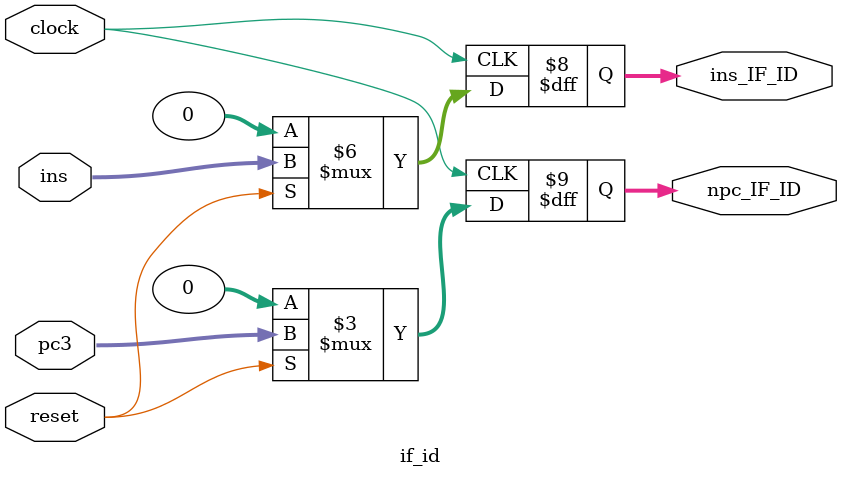
<source format=v>
module if_id(clock,reset,ins_IF_ID,npc_IF_ID,ins,pc3);

	input clock,reset;

	input [31:0] ins;

	input [31:0] pc3;	//在J型单周期CPU中用pc3表示pc+4

	output reg [31:0]ins_IF_ID;
	output reg [31:0]npc_IF_ID;

always@(posedge clock) 
	begin
		if(reset) 
			begin
				ins_IF_ID<=ins;
				npc_IF_ID<=pc3;
			end
		else 
			begin
				ins_IF_ID<=32'h0000_0000;
				npc_IF_ID<=32'h0000_0000;
			end
	end

endmodule
</source>
